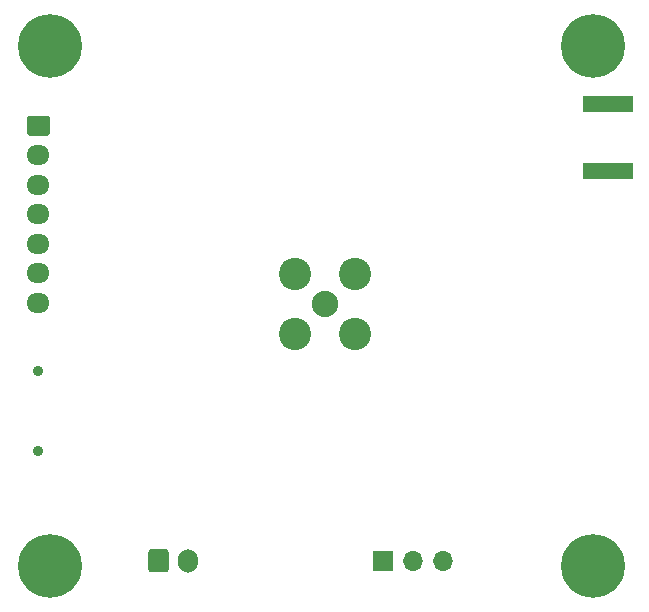
<source format=gbs>
%TF.GenerationSoftware,KiCad,Pcbnew,5.1.9+dfsg1-1*%
%TF.CreationDate,2021-06-01T22:56:34+02:00*%
%TF.ProjectId,SDR-RX,5344522d-5258-42e6-9b69-6361645f7063,rev?*%
%TF.SameCoordinates,Original*%
%TF.FileFunction,Soldermask,Bot*%
%TF.FilePolarity,Negative*%
%FSLAX46Y46*%
G04 Gerber Fmt 4.6, Leading zero omitted, Abs format (unit mm)*
G04 Created by KiCad (PCBNEW 5.1.9+dfsg1-1) date 2021-06-01 22:56:34*
%MOMM*%
%LPD*%
G01*
G04 APERTURE LIST*
%ADD10O,1.950000X1.700000*%
%ADD11C,2.240000*%
%ADD12C,2.740000*%
%ADD13O,1.700000X2.000000*%
%ADD14C,0.800000*%
%ADD15C,5.400000*%
%ADD16C,0.900000*%
%ADD17O,1.700000X1.700000*%
%ADD18R,1.700000X1.700000*%
%ADD19R,4.200000X1.350000*%
G04 APERTURE END LIST*
D10*
%TO.C,Program*%
X112800000Y-89980000D03*
X112800000Y-87480000D03*
X112800000Y-84980000D03*
X112800000Y-82480000D03*
X112800000Y-79980000D03*
X112800000Y-77480000D03*
G36*
G01*
X112075000Y-74130000D02*
X113525000Y-74130000D01*
G75*
G02*
X113775000Y-74380000I0J-250000D01*
G01*
X113775000Y-75580000D01*
G75*
G02*
X113525000Y-75830000I-250000J0D01*
G01*
X112075000Y-75830000D01*
G75*
G02*
X111825000Y-75580000I0J250000D01*
G01*
X111825000Y-74380000D01*
G75*
G02*
X112075000Y-74130000I250000J0D01*
G01*
G37*
%TD*%
D11*
%TO.C,SW/AM Ant.*%
X137070000Y-90050000D03*
D12*
X134530000Y-92590000D03*
X134530000Y-87510000D03*
X139610000Y-87510000D03*
X139610000Y-92590000D03*
%TD*%
D13*
%TO.C,Vin *%
X125460000Y-111810000D03*
G36*
G01*
X122110000Y-112560000D02*
X122110000Y-111060000D01*
G75*
G02*
X122360000Y-110810000I250000J0D01*
G01*
X123560000Y-110810000D01*
G75*
G02*
X123810000Y-111060000I0J-250000D01*
G01*
X123810000Y-112560000D01*
G75*
G02*
X123560000Y-112810000I-250000J0D01*
G01*
X122360000Y-112810000D01*
G75*
G02*
X122110000Y-112560000I0J250000D01*
G01*
G37*
%TD*%
D14*
%TO.C,H4*%
X161191891Y-66788109D03*
X159760000Y-66195000D03*
X158328109Y-66788109D03*
X157735000Y-68220000D03*
X158328109Y-69651891D03*
X159760000Y-70245000D03*
X161191891Y-69651891D03*
X161785000Y-68220000D03*
D15*
X159760000Y-68220000D03*
%TD*%
D14*
%TO.C,H3*%
X161191891Y-110788109D03*
X159760000Y-110195000D03*
X158328109Y-110788109D03*
X157735000Y-112220000D03*
X158328109Y-113651891D03*
X159760000Y-114245000D03*
X161191891Y-113651891D03*
X161785000Y-112220000D03*
D15*
X159760000Y-112220000D03*
%TD*%
D14*
%TO.C,H2*%
X115191891Y-110788109D03*
X113760000Y-110195000D03*
X112328109Y-110788109D03*
X111735000Y-112220000D03*
X112328109Y-113651891D03*
X113760000Y-114245000D03*
X115191891Y-113651891D03*
X115785000Y-112220000D03*
D15*
X113760000Y-112220000D03*
%TD*%
D14*
%TO.C,H1*%
X115191891Y-66788109D03*
X113760000Y-66195000D03*
X112328109Y-66788109D03*
X111735000Y-68220000D03*
X112328109Y-69651891D03*
X113760000Y-70245000D03*
X115191891Y-69651891D03*
X115785000Y-68220000D03*
D15*
X113760000Y-68220000D03*
%TD*%
D16*
%TO.C,sel. 3V3 *%
X112800000Y-102510000D03*
X112800000Y-95710000D03*
%TD*%
D17*
%TO.C,GND*%
X147090000Y-111810000D03*
X144550000Y-111810000D03*
D18*
X142010000Y-111810000D03*
%TD*%
D19*
%TO.C,FM Antenna*%
X161060000Y-73140000D03*
X161060000Y-78790000D03*
%TD*%
M02*

</source>
